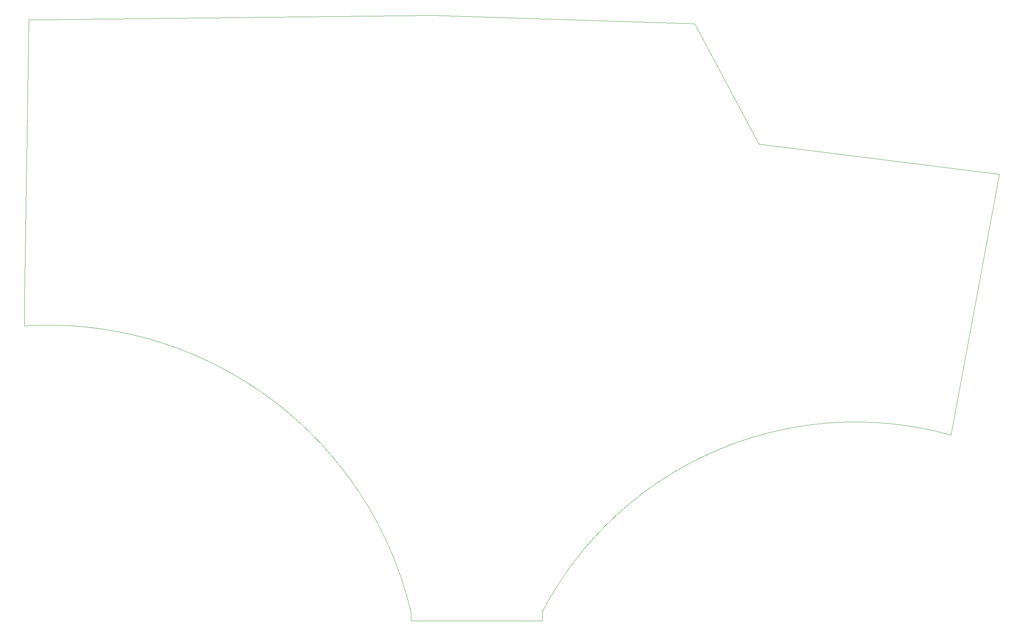
<source format=gbr>
%TF.GenerationSoftware,KiCad,Pcbnew,9.0.2*%
%TF.CreationDate,2025-06-02T22:29:28-04:00*%
%TF.ProjectId,with_usb_wired_v1,77697468-5f75-4736-925f-77697265645f,v1.0.0*%
%TF.SameCoordinates,Original*%
%TF.FileFunction,Profile,NP*%
%FSLAX46Y46*%
G04 Gerber Fmt 4.6, Leading zero omitted, Abs format (unit mm)*
G04 Created by KiCad (PCBNEW 9.0.2) date 2025-06-02 22:29:28*
%MOMM*%
%LPD*%
G01*
G04 APERTURE LIST*
%TA.AperFunction,Profile*%
%ADD10C,0.050000*%
%TD*%
G04 APERTURE END LIST*
D10*
X115000000Y-150000000D02*
X115000000Y-150339745D01*
X118005785Y-150201217D02*
X115000000Y-150339745D01*
X116000000Y-79000000D02*
X116000000Y-79500000D01*
X119000000Y-79000000D02*
X116000000Y-79000000D01*
X115000000Y-144500000D02*
X115000000Y-150000000D01*
X116000000Y-79500000D02*
X115000000Y-144500000D01*
X204979447Y-219000000D02*
X205000000Y-217000000D01*
X235500000Y-219000000D02*
X235520553Y-217000000D01*
X204979447Y-219000000D02*
X235500000Y-219000000D01*
X118005781Y-150201217D02*
G75*
G02*
X205000000Y-217000004I2494219J-86798783D01*
G01*
X286000000Y-108000000D02*
X271000000Y-80000000D01*
X342000000Y-115000000D02*
X286000000Y-108000000D01*
X271000000Y-80000000D02*
X210000000Y-78000000D01*
X330680825Y-175766100D02*
X342000000Y-115000000D01*
X210000000Y-78000000D02*
X119000000Y-79000000D01*
X235520552Y-217000000D02*
G75*
G02*
X330680825Y-175766100I72979448J-38000000D01*
G01*
M02*

</source>
